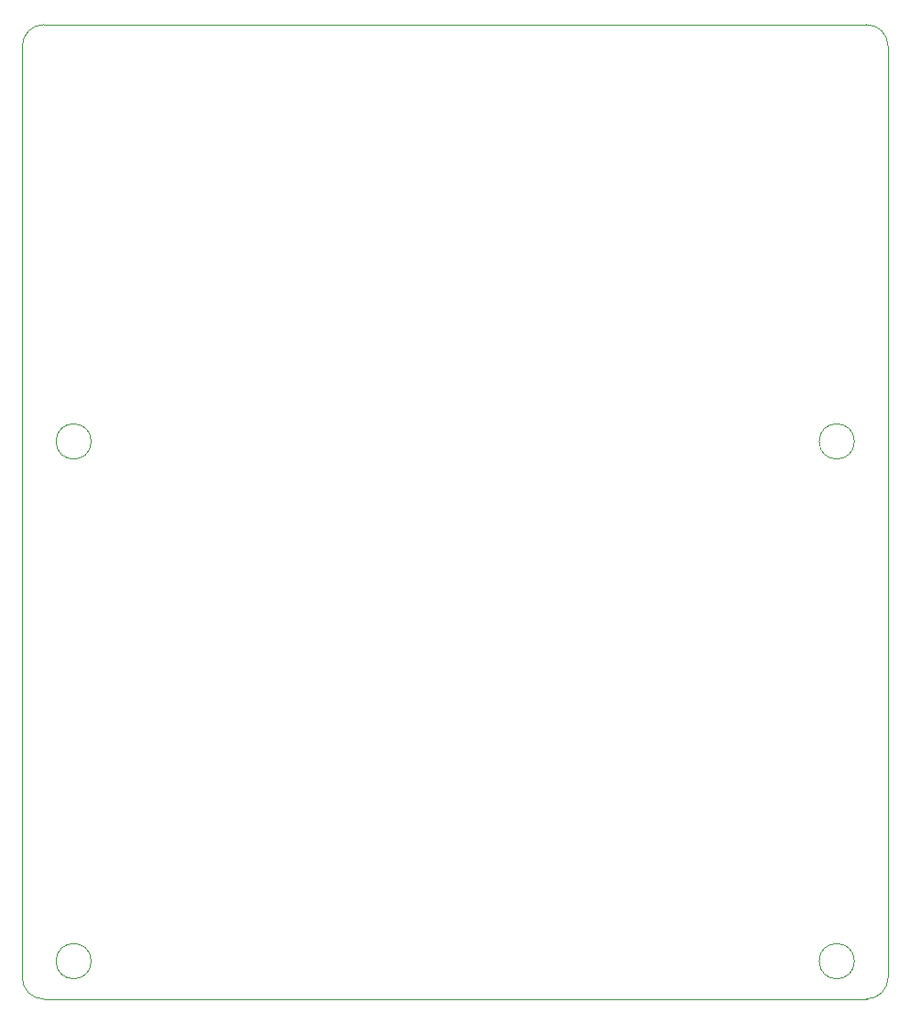
<source format=gbr>
%TF.GenerationSoftware,KiCad,Pcbnew,9.0.6*%
%TF.CreationDate,2025-12-04T23:30:10-05:00*%
%TF.ProjectId,FinalProjectPCB,46696e61-6c50-4726-9f6a-656374504342,rev?*%
%TF.SameCoordinates,Original*%
%TF.FileFunction,Profile,NP*%
%FSLAX46Y46*%
G04 Gerber Fmt 4.6, Leading zero omitted, Abs format (unit mm)*
G04 Created by KiCad (PCBNEW 9.0.6) date 2025-12-04 23:30:10*
%MOMM*%
%LPD*%
G01*
G04 APERTURE LIST*
%TA.AperFunction,Profile*%
%ADD10C,0.100000*%
%TD*%
G04 APERTURE END LIST*
D10*
X150500000Y-82500000D02*
G75*
G02*
X152500000Y-84500000I0J-2000000D01*
G01*
X78875000Y-169000000D02*
G75*
G02*
X75625000Y-169000000I-1625000J0D01*
G01*
X75625000Y-169000000D02*
G75*
G02*
X78875000Y-169000000I1625000J0D01*
G01*
X78875000Y-121000000D02*
G75*
G02*
X75625000Y-121000000I-1625000J0D01*
G01*
X75625000Y-121000000D02*
G75*
G02*
X78875000Y-121000000I1625000J0D01*
G01*
X74500000Y-172500000D02*
G75*
G02*
X72500000Y-170500000I0J2000000D01*
G01*
X149375000Y-169000000D02*
G75*
G02*
X146125000Y-169000000I-1625000J0D01*
G01*
X146125000Y-169000000D02*
G75*
G02*
X149375000Y-169000000I1625000J0D01*
G01*
X152500000Y-170500000D02*
G75*
G02*
X150500000Y-172500000I-2000000J0D01*
G01*
X74500000Y-82500000D02*
X150500000Y-82500000D01*
X152500000Y-84500000D02*
X152500000Y-170500000D01*
X150500000Y-172500000D02*
X74500000Y-172500000D01*
X72500000Y-170500000D02*
X72500000Y-84500000D01*
X149375000Y-121000000D02*
G75*
G02*
X146125000Y-121000000I-1625000J0D01*
G01*
X146125000Y-121000000D02*
G75*
G02*
X149375000Y-121000000I1625000J0D01*
G01*
X72500000Y-84500000D02*
G75*
G02*
X74500000Y-82500000I2000000J0D01*
G01*
M02*

</source>
